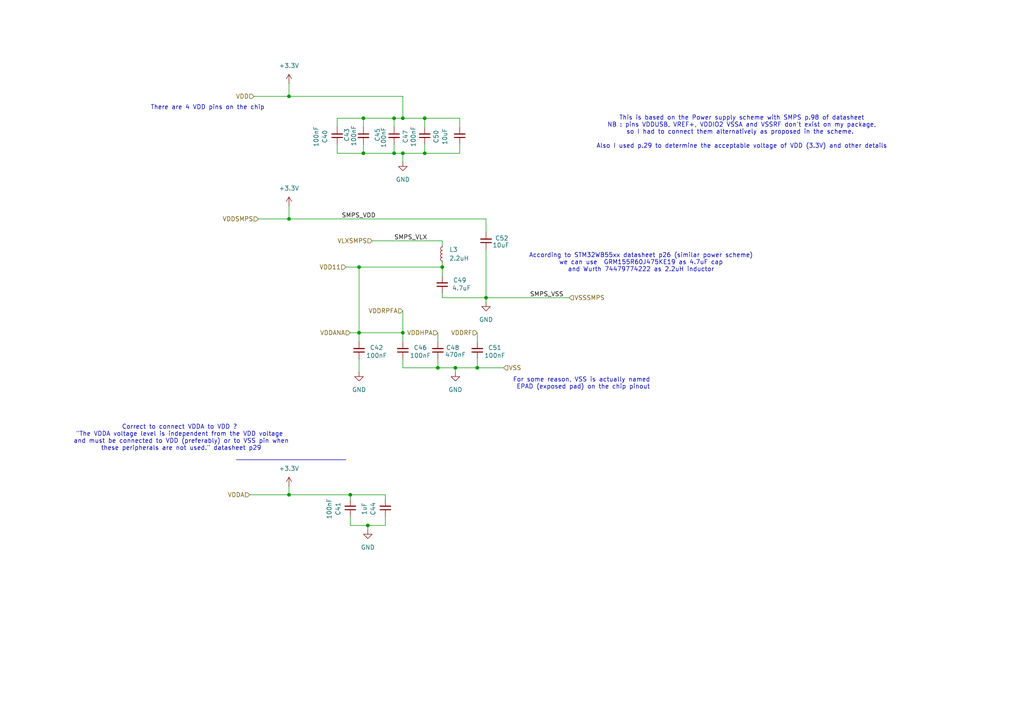
<source format=kicad_sch>
(kicad_sch (version 20250114) (generator "eeschema") (generator_version "9.0")
  (paper "A4")
  (title_block (company "N-Pulse"))
  (lib_symbols
    (symbol "Device:C_Small" (pin_numbers (hide yes)) (pin_names (offset 0.254) (hide yes))
      (property "Reference" "C" (at 0.254 1.778 0))
      (property "Value" "C_Small" (at 0.254 -2.032 0))
      (symbol "C_Small_0_1"
        (polyline (pts (xy -1.524 0.508) (xy 1.524 0.508)) (stroke (width 0.3048)))
        (polyline (pts (xy -1.524 -0.508) (xy 1.524 -0.508)) (stroke (width 0.3302)))
      )
      (symbol "C_Small_1_1"
        (pin passive line (at 0 2.54 270) (length 2.032) (name "~") (number "1"))
        (pin passive line (at 0 -2.54 90) (length 2.032) (name "~") (number "2"))
      )
    )
    (symbol "Device:L_Small" (pin_numbers (hide yes)) (pin_names (offset 0.254) (hide yes))
      (property "Reference" "L" (at 0.762 1.016 0))
      (property "Value" "L_Small" (at 0.762 -1.016 0))
      (symbol "L_Small_0_1"
        (arc (start 0 2.032) (mid 0.5058 1.524) (end 0 1.016))
        (arc (start 0 1.016) (mid 0.5058 0.508) (end 0 0))
        (arc (start 0 0) (mid 0.5058 -0.508) (end 0 -1.016))
        (arc (start 0 -1.016) (mid 0.5058 -1.524) (end 0 -2.032))
      )
      (symbol "L_Small_1_1"
        (pin passive line (at 0 2.54 270) (length 0.508) (name "~") (number "1"))
        (pin passive line (at 0 -2.54 90) (length 0.508) (name "~") (number "2"))
      )
    )
    (symbol "power:+3.3V" (power) (pin_numbers (hide yes)) (pin_names (offset 0) (hide yes))
      (property "Value" "+3.3V" (at 0 3.556 0))
      (symbol "+3.3V_0_1"
        (polyline (pts (xy -0.762 1.27) (xy 0 2.54)))
        (polyline (pts (xy 0 2.54) (xy 0.762 1.27)))
        (polyline (pts (xy 0 0) (xy 0 2.54)))
      )
      (symbol "+3.3V_1_1"
        (pin power_in line (at 0 0 90) (length 0) (name "~") (number "1"))
      )
    )
    (symbol "power:GND" (power) (pin_numbers (hide yes)) (pin_names (offset 0) (hide yes))
      (property "Value" "GND" (at 0 -3.81 0))
      (symbol "GND_0_1"
        (polyline (pts (xy 0 0) (xy 0 -1.27) (xy 1.27 -1.27) (xy 0 -2.54) (xy -1.27 -1.27) (xy 0 -1.27)))
      )
      (symbol "GND_1_1"
        (pin power_in line (at 0 0 270) (length 0) (name "~") (number "1"))
      )
    )
  )
  (text "Correct to connect VDDA to VDD ?\n\"The VDDA voltage level is independent from the VDD voltage\n and must be connected to VDD (preferably) or to VSS pin when\n these peripherals are not used.\" datasheet p29\n" (at 52.07 127 0) (effects (font (size 1.27 1.27))))
  (text "There are 4 VDD pins on the chip" (at 60.198 31.242 0) (effects (font (size 1.27 1.27))))
  (text "This is based on the Power supply scheme with SMPS p.98 of datasheet\nNB : pins VDDUSB, VREF+, VDDIO2 VSSA and VSSRF don't exist on my package,\nso I had to connect them alternatively as proposed in the scheme. \n\nAlso I used p.29 to determine the acceptable voltage of VDD (3.3V) and other details\n" (at 215.138 38.354 0) (effects (font (size 1.27 1.27))))
  (text "According to STM32WB55xx datasheet p26 (similar power scheme)\nwe can use  GRM155R60J475KE19 as 4.7uF cap\nand Wurth 74479774222 as 2.2uH inductor" (at 185.928 76.2 0) (effects (font (size 1.27 1.27))))
  (text "For some reason, VSS is actually named \nEPAD (exposed pad) on the chip pinout" (at 169.164 111.252 0) (effects (font (size 1.27 1.27))))
  (text_box "" (at 68.58 133.35 0) (size 31.75 0) (margins 0.9525 0.9525 0.9525 0.9525) (effects (font (size 1.27 1.27)) (justify left top)))
  (junction (at 127 106.68))
  (junction (at 101.6 143.51))
  (junction (at 116.84 44.45))
  (junction (at 104.14 96.52))
  (junction (at 105.41 34.29))
  (junction (at 83.82 143.51))
  (junction (at 105.41 44.45))
  (junction (at 128.27 77.47))
  (junction (at 140.97 86.36))
  (junction (at 123.19 34.29))
  (junction (at 106.68 152.4))
  (junction (at 123.19 44.45))
  (junction (at 116.84 34.29))
  (junction (at 104.14 77.47))
  (junction (at 83.82 27.94))
  (junction (at 114.3 44.45))
  (junction (at 116.84 96.52))
  (junction (at 132.08 106.68))
  (junction (at 138.43 106.68))
  (junction (at 83.82 63.5))
  (junction (at 114.3 34.29))
  (wire (pts (xy 101.6 96.52) (xy 104.14 96.52)))
  (wire (pts (xy 138.43 96.52) (xy 138.43 99.06)))
  (wire (pts (xy 73.66 27.94) (xy 83.82 27.94)))
  (wire (pts (xy 105.41 34.29) (xy 97.79 34.29)))
  (wire (pts (xy 127 104.14) (xy 127 106.68)))
  (wire (pts (xy 100.33 77.47) (xy 104.14 77.47)))
  (wire (pts (xy 83.82 143.51) (xy 101.6 143.51)))
  (wire (pts (xy 107.95 69.85) (xy 128.27 69.85)))
  (wire (pts (xy 106.68 152.4) (xy 111.76 152.4)))
  (wire (pts (xy 116.84 27.94) (xy 116.84 34.29)))
  (wire (pts (xy 140.97 67.31) (xy 140.97 63.5)))
  (wire (pts (xy 104.14 96.52) (xy 104.14 99.06)))
  (wire (pts (xy 127 96.52) (xy 127 99.06)))
  (wire (pts (xy 83.82 63.5) (xy 140.97 63.5)))
  (wire (pts (xy 116.84 104.14) (xy 116.84 106.68)))
  (wire (pts (xy 101.6 143.51) (xy 101.6 144.78)))
  (wire (pts (xy 128.27 69.85) (xy 128.27 71.12)))
  (wire (pts (xy 116.84 44.45) (xy 123.19 44.45)))
  (wire (pts (xy 140.97 86.36) (xy 165.1 86.36)))
  (wire (pts (xy 111.76 149.86) (xy 111.76 152.4)))
  (wire (pts (xy 101.6 152.4) (xy 106.68 152.4)))
  (wire (pts (xy 101.6 149.86) (xy 101.6 152.4)))
  (wire (pts (xy 83.82 59.69) (xy 83.82 63.5)))
  (wire (pts (xy 83.82 27.94) (xy 116.84 27.94)))
  (wire (pts (xy 105.41 41.91) (xy 105.41 44.45)))
  (wire (pts (xy 127 106.68) (xy 132.08 106.68)))
  (wire (pts (xy 133.35 34.29) (xy 133.35 36.83)))
  (wire (pts (xy 101.6 143.51) (xy 111.76 143.51)))
  (wire (pts (xy 128.27 86.36) (xy 140.97 86.36)))
  (wire (pts (xy 140.97 72.39) (xy 140.97 86.36)))
  (wire (pts (xy 132.08 106.68) (xy 138.43 106.68)))
  (wire (pts (xy 97.79 34.29) (xy 97.79 36.83)))
  (wire (pts (xy 138.43 106.68) (xy 146.05 106.68)))
  (wire (pts (xy 123.19 34.29) (xy 133.35 34.29)))
  (wire (pts (xy 140.97 86.36) (xy 140.97 87.63)))
  (wire (pts (xy 123.19 36.83) (xy 123.19 34.29)))
  (wire (pts (xy 104.14 104.14) (xy 104.14 107.95)))
  (wire (pts (xy 127 106.68) (xy 116.84 106.68)))
  (wire (pts (xy 116.84 96.52) (xy 116.84 99.06)))
  (wire (pts (xy 111.76 143.51) (xy 111.76 144.78)))
  (wire (pts (xy 97.79 44.45) (xy 97.79 41.91)))
  (wire (pts (xy 105.41 34.29) (xy 105.41 36.83)))
  (wire (pts (xy 116.84 44.45) (xy 116.84 46.99)))
  (wire (pts (xy 128.27 77.47) (xy 128.27 80.01)))
  (wire (pts (xy 72.39 143.51) (xy 83.82 143.51)))
  (wire (pts (xy 106.68 152.4) (xy 106.68 153.67)))
  (wire (pts (xy 133.35 44.45) (xy 133.35 41.91)))
  (wire (pts (xy 128.27 86.36) (xy 128.27 85.09)))
  (wire (pts (xy 132.08 106.68) (xy 132.08 107.95)))
  (wire (pts (xy 116.84 34.29) (xy 114.3 34.29)))
  (wire (pts (xy 104.14 77.47) (xy 104.14 96.52)))
  (wire (pts (xy 114.3 34.29) (xy 114.3 36.83)))
  (wire (pts (xy 104.14 96.52) (xy 116.84 96.52)))
  (wire (pts (xy 105.41 34.29) (xy 114.3 34.29)))
  (wire (pts (xy 97.79 44.45) (xy 105.41 44.45)))
  (wire (pts (xy 104.14 77.47) (xy 128.27 77.47)))
  (wire (pts (xy 123.19 44.45) (xy 133.35 44.45)))
  (wire (pts (xy 128.27 76.2) (xy 128.27 77.47)))
  (wire (pts (xy 116.84 90.17) (xy 116.84 96.52)))
  (wire (pts (xy 116.84 44.45) (xy 114.3 44.45)))
  (wire (pts (xy 123.19 41.91) (xy 123.19 44.45)))
  (wire (pts (xy 105.41 44.45) (xy 114.3 44.45)))
  (wire (pts (xy 83.82 140.97) (xy 83.82 143.51)))
  (wire (pts (xy 114.3 41.91) (xy 114.3 44.45)))
  (wire (pts (xy 123.19 34.29) (xy 116.84 34.29)))
  (wire (pts (xy 138.43 104.14) (xy 138.43 106.68)))
  (wire (pts (xy 83.82 24.13) (xy 83.82 27.94)))
  (wire (pts (xy 74.93 63.5) (xy 83.82 63.5)))
  (label "SMPS_VDD" (at 99.06 63.5 0))
  (label "SMPS_VLX" (at 114.3 69.85 0))
  (label "SMPS_VSS" (at 153.67 86.36 0))
  (hierarchical_label "VSS" (shape input) (at 146.05 106.68 0))
  (hierarchical_label "VDDANA" (shape input) (at 101.6 96.52 180))
  (hierarchical_label "VDD" (shape input) (at 73.66 27.94 180))
  (hierarchical_label "VDDRF" (shape input) (at 138.43 96.52 180))
  (hierarchical_label "VSSSMPS" (shape input) (at 165.1 86.36 0))
  (hierarchical_label "VDDRPFA" (shape input) (at 116.84 90.17 180))
  (hierarchical_label "VDD11" (shape input) (at 100.33 77.47 180))
  (hierarchical_label "VDDHPA" (shape input) (at 127 96.52 180))
  (hierarchical_label "VDDSMPS" (shape input) (at 74.93 63.5 180))
  (hierarchical_label "VLXSMPS" (shape input) (at 107.95 69.85 180))
  (hierarchical_label "VDDA" (shape input) (at 72.39 143.51 180))
  (symbol (lib_id "Device:C_Small") (at 138.43 101.6 180) (unit 1)
    (property "Reference" "C51" (at 143.51 100.838 0))
    (property "Value" "100nF" (at 143.51 103.124 0))
    (property "Footprint" "Capacitor_SMD:C_0402_1005Metric" (effects (hide yes)))
    (property "Description" "Unpolarized capacitor, small symbol" (effects (hide yes)))
  )
  (symbol (lib_id "Device:C_Small") (at 111.76 147.32 180) (unit 1)
    (property "Reference" "C44" (at 108.204 147.574 90))
    (property "Value" "1uF" (at 105.664 147.574 90))
    (property "Footprint" "Capacitor_SMD:C_0402_1005Metric" (effects (hide yes)))
    (property "Description" "Unpolarized capacitor, small symbol" (effects (hide yes)))
  )
  (symbol (lib_id "Device:L_Small") (at 128.27 73.66 180) (unit 1)
    (property "Reference" "L3" (at 130.302 72.39 0) (effects (justify right)))
    (property "Value" "2.2uH" (at 130.302 74.93 0) (effects (justify right)))
    (property "Footprint" "Inductor_SMD:L_0805_2012Metric" (effects (hide yes)))
    (property "Description" "Inductor, small symbol" (effects (hide yes)))
  )
  (symbol (lib_id "Device:C_Small") (at 123.19 39.37 180) (unit 1)
    (property "Reference" "C47" (at 117.602 39.624 90))
    (property "Value" "100nF" (at 119.888 39.624 90))
    (property "Footprint" "Capacitor_SMD:C_0402_1005Metric" (effects (hide yes)))
    (property "Description" "Unpolarized capacitor, small symbol" (effects (hide yes)))
  )
  (symbol (lib_id "power:+3.3V") (at 83.82 59.69 0) (unit 1)
    (property "Reference" "#PWR054" (effects (hide yes)))
    (property "Value" "+3.3V" (at 83.82 54.61 0))
    (property "Description" "Power symbol creates a global label with name \"+3.3V\"" (effects (hide yes)))
  )
  (symbol (lib_id "Device:C_Small") (at 114.3 39.37 0) (unit 1)
    (property "Reference" "C45" (at 109.474 39.116 90))
    (property "Value" "100nF" (at 111.252 39.878 90))
    (property "Footprint" "Capacitor_SMD:C_0402_1005Metric" (effects (hide yes)))
    (property "Description" "Unpolarized capacitor, small symbol" (effects (hide yes)))
  )
  (symbol (lib_id "Device:C_Small") (at 128.27 82.55 180) (unit 1)
    (property "Reference" "C49" (at 133.35 81.28 0))
    (property "Value" "4.7uF" (at 133.858 83.566 0))
    (property "Footprint" "Capacitor_SMD:C_0402_1005Metric" (effects (hide yes)))
    (property "Description" "Unpolarized capacitor, small symbol" (effects (hide yes)))
  )
  (symbol (lib_id "power:GND") (at 104.14 107.95 0) (unit 1)
    (property "Reference" "#PWR056" (effects (hide yes)))
    (property "Value" "GND" (at 104.14 113.03 0))
    (property "Description" "Power symbol creates a global label with name \"GND\" , ground" (effects (hide yes)))
  )
  (symbol (lib_id "Device:C_Small") (at 104.14 101.6 180) (unit 1)
    (property "Reference" "C42" (at 109.22 100.838 0))
    (property "Value" "100nF" (at 109.22 103.124 0))
    (property "Footprint" "Capacitor_SMD:C_0402_1005Metric" (effects (hide yes)))
    (property "Description" "Unpolarized capacitor, small symbol" (effects (hide yes)))
  )
  (symbol (lib_id "Device:C_Small") (at 97.79 39.37 180) (unit 1)
    (property "Reference" "C40" (at 94.234 39.624 90))
    (property "Value" "100nF" (at 91.694 39.624 90))
    (property "Footprint" "Capacitor_SMD:C_0402_1005Metric" (effects (hide yes)))
    (property "Description" "Unpolarized capacitor, small symbol" (effects (hide yes)))
  )
  (symbol (lib_id "power:GND") (at 140.97 87.63 0) (unit 1)
    (property "Reference" "#PWR060" (effects (hide yes)))
    (property "Value" "GND" (at 140.97 92.71 0))
    (property "Description" "Power symbol creates a global label with name \"GND\" , ground" (effects (hide yes)))
  )
  (symbol (lib_id "Device:C_Small") (at 133.35 39.37 180) (unit 1)
    (property "Reference" "C50" (at 126.492 39.624 90))
    (property "Value" "10uF" (at 129.032 39.624 90))
    (property "Footprint" "Capacitor_SMD:C_0402_1005Metric" (effects (hide yes)))
    (property "Description" "Unpolarized capacitor, small symbol" (effects (hide yes)))
  )
  (symbol (lib_id "Device:C_Small") (at 127 101.6 180) (unit 1)
    (property "Reference" "C48" (at 131.318 100.838 0))
    (property "Value" "470nF" (at 132.08 102.87 0))
    (property "Footprint" "Capacitor_SMD:C_0402_1005Metric" (effects (hide yes)))
    (property "Description" "Unpolarized capacitor, small symbol" (effects (hide yes)))
  )
  (symbol (lib_id "Device:C_Small") (at 101.6 147.32 180) (unit 1)
    (property "Reference" "C41" (at 98.044 147.574 90))
    (property "Value" "100nF" (at 95.504 147.574 90))
    (property "Footprint" "Capacitor_SMD:C_0402_1005Metric" (effects (hide yes)))
    (property "Description" "Unpolarized capacitor, small symbol" (effects (hide yes)))
  )
  (symbol (lib_id "power:GND") (at 106.68 153.67 0) (unit 1)
    (property "Reference" "#PWR057" (effects (hide yes)))
    (property "Value" "GND" (at 106.68 158.75 0))
    (property "Description" "Power symbol creates a global label with name \"GND\" , ground" (effects (hide yes)))
  )
  (symbol (lib_id "power:+3.3V") (at 83.82 24.13 0) (unit 1)
    (property "Reference" "#PWR053" (effects (hide yes)))
    (property "Value" "+3.3V" (at 83.82 19.05 0))
    (property "Description" "Power symbol creates a global label with name \"+3.3V\"" (effects (hide yes)))
  )
  (symbol (lib_id "power:+3.3V") (at 83.82 140.97 0) (unit 1)
    (property "Reference" "#PWR055" (effects (hide yes)))
    (property "Value" "+3.3V" (at 83.82 135.89 0))
    (property "Description" "Power symbol creates a global label with name \"+3.3V\"" (effects (hide yes)))
  )
  (symbol (lib_id "power:GND") (at 116.84 46.99 0) (unit 1)
    (property "Reference" "#PWR058" (effects (hide yes)))
    (property "Value" "GND" (at 116.84 52.07 0))
    (property "Description" "Power symbol creates a global label with name \"GND\" , ground" (effects (hide yes)))
  )
  (symbol (lib_id "Device:C_Small") (at 140.97 69.85 180) (unit 1)
    (property "Reference" "C52" (at 145.542 69.088 0))
    (property "Value" "10uF" (at 145.288 71.12 0))
    (property "Footprint" "Capacitor_SMD:C_0402_1005Metric" (effects (hide yes)))
    (property "Description" "Unpolarized capacitor, small symbol" (effects (hide yes)))
  )
  (symbol (lib_id "Device:C_Small") (at 116.84 101.6 180) (unit 1)
    (property "Reference" "C46" (at 121.92 100.838 0))
    (property "Value" "100nF" (at 121.92 103.124 0))
    (property "Footprint" "Capacitor_SMD:C_0402_1005Metric" (effects (hide yes)))
    (property "Description" "Unpolarized capacitor, small symbol" (effects (hide yes)))
  )
  (symbol (lib_id "Device:C_Small") (at 105.41 39.37 0) (unit 1)
    (property "Reference" "C43" (at 100.584 39.116 90))
    (property "Value" "100nF" (at 102.616 39.37 90))
    (property "Footprint" "Capacitor_SMD:C_0402_1005Metric" (effects (hide yes)))
    (property "Description" "Unpolarized capacitor, small symbol" (effects (hide yes)))
  )
  (symbol (lib_id "power:GND") (at 132.08 107.95 0) (unit 1)
    (property "Reference" "#PWR059" (effects (hide yes)))
    (property "Value" "GND" (at 132.08 113.03 0))
    (property "Description" "Power symbol creates a global label with name \"GND\" , ground" (effects (hide yes)))
  )
)
</source>
